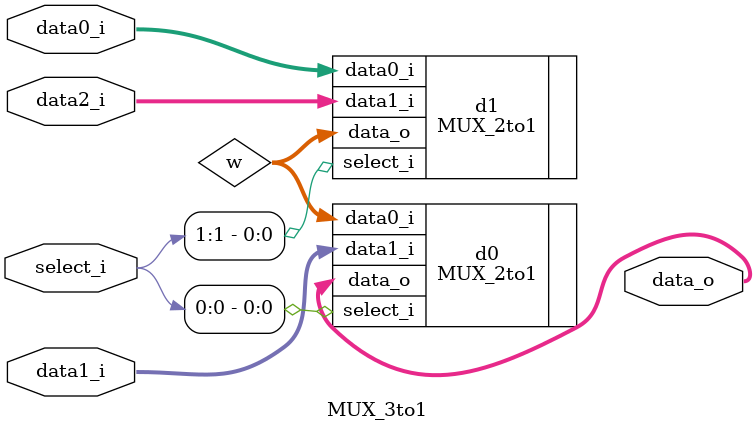
<source format=v>
`timescale 1ns / 1ps
/*******************************************************************
 * Create Date: 	2016/05/14
 * Design Name: 	Pipeline CPU
 * Module Name:		MUX_3to1 
 * Project Name: 	Architecture Project_3 Pipeline CPU
 ******************************************************************/
     
module MUX_3to1(
	data0_i,
	data1_i,
	data2_i,
	select_i,
	data_o
);

	parameter size = 0;
	
	input [size-1:0] data0_i;
	input [size-1:0] data1_i;
	input [size-1:0] data2_i;
	input [2-1:0] select_i;
	output [size-1:0] data_o;
	wire [size-1:0] w;
	
	MUX_2to1 #(.size(size)) d1(
		.data0_i(data0_i),
		.data1_i(data2_i),
		.select_i(select_i[1]),
		.data_o(w)
	);
	
	MUX_2to1 #(.size(size)) d0(
		.data0_i(w),
		.data1_i(data1_i),
		.select_i(select_i[0]),
		.data_o(data_o)
	);

endmodule 
</source>
